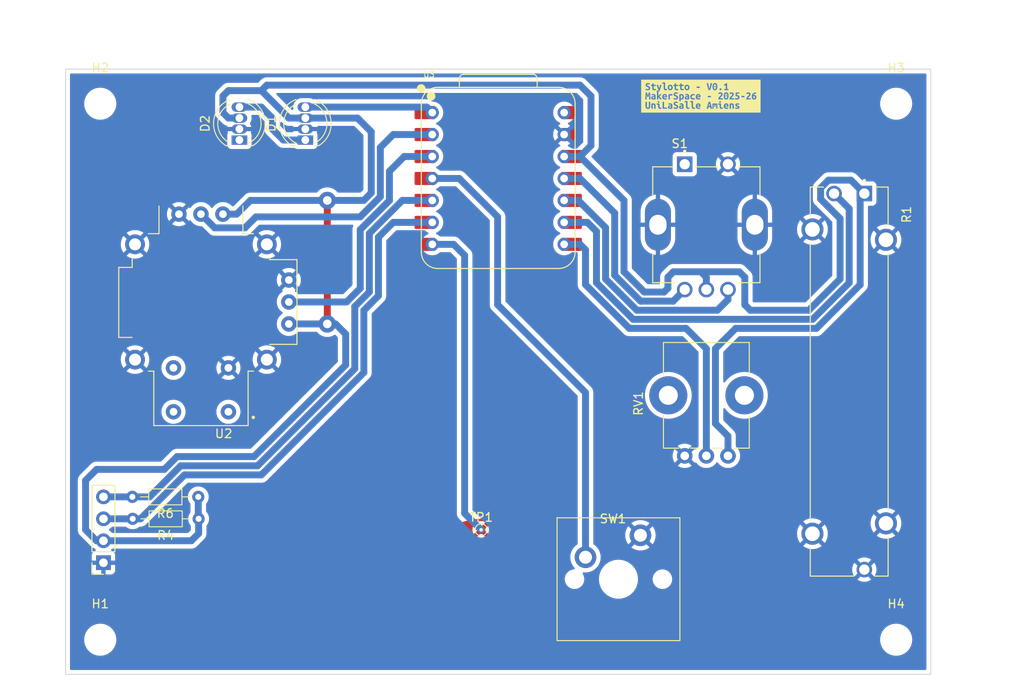
<source format=kicad_pcb>
(kicad_pcb (version 20241229) (generator "pcbnew") (generator_version "9.0")
  (title_block (title "PCB - Otto Lite version") (date "2025-01-21") (rev "1.0") (company "UniLaSalle Amiens - MakerSpace") (comment 1 "Adrien BRACQ & Rémi LACOMBE") (comment 2 "https://makerspace-amiens.fr/otto-mks") (comment 3 "https://github.com/Makerspace-Amiens/otto-mks"))
  (layers (0 "F.Cu" signal "Front") (2 "B.Cu" signal "Back") (13 "F.Paste" user) (15 "B.Paste" user) (5 "F.SilkS" user "F.Silkscreen") (7 "B.SilkS" user "B.Silkscreen") (1 "F.Mask" user) (3 "B.Mask" user) (25 "Edge.Cuts" user))
  (net 0 "")
  (net 1 "GND")
  (net 2 "+3.3V")
  (net 3 "SCL")
  (net 4 "SDA")
  (net 5 "/Touch")
  (net 6 "Net-(D1-DOUT)")
  (net 8 "NeoPixel")
  (net 9 "LinearPot")
  (net 10 "Pot")
  (net 11 "EncA")
  (net 12 "EncB")
  (net 13 "EncButton")
  (net 14 "KeySwitch")
  (net 15 "JoyY")
  (net 16 "JoyX")
  (net 17 "JoyButton")
  (net 18 "VBUS")
  (footprint "Resistor_THT:R_Axial_DIN0204_L3.6mm_D1.6mm_P7.62mm_Horizontal" (layer "F.Cu") (at 40.370826 120.015 180)
    (property "Reference" "R4" (at 3.81 -1.92 180) (layer "F.SilkS"))
    (property "Value" "10K")
    (pad "1" thru_hole circle (at 0 0 180) (size 1.4 1.4) (drill 0.7) (layers "*.Cu" "*.Mask") (net 2 "+3.3V"))
    (pad "2" thru_hole circle (at 7.62 0 180) (size 1.4 1.4) (drill 0.7) (layers "*.Cu" "*.Mask") (net 3 "SCL"))
  )
  (footprint "MountingHole:MountingHole_3.2mm_M3" (layer "F.Cu") (at 29 134)
    (property "Reference" "H1" (at 0 -4.15 0) (layer "F.SilkS"))
    (property "Value" "MountingHole")
    (pad "" np_thru_hole circle (at 0 0) (size 3.2 3.2) (drill 3.2) (layers "*.Cu" "*.Mask"))
  )
  (footprint "LED_THT:LED_D5.0mm-4_RGB" (layer "F.Cu") (at 45.085 76.2 90)
    (property "Reference" "D2" (at 1.905 -3.96 90) (layer "F.SilkS"))
    (property "Value" "NeoPixel_THT")
    (pad "1" thru_hole rect (at 0 0 90) (size 1.07 1.8) (drill 0.9) (layers "*.Cu" "*.Mask"))
    (pad "2" thru_hole oval (at 1.27 0 90) (size 1.07 1.8) (drill 0.9) (layers "*.Cu" "*.Mask") (net 1 "GND"))
    (pad "3" thru_hole oval (at 2.54 0 90) (size 1.07 1.8) (drill 0.9) (layers "*.Cu" "*.Mask") (net 2 "+3.3V"))
    (pad "4" thru_hole oval (at 3.81 0 90) (size 1.07 1.8) (drill 0.9) (layers "*.Cu" "*.Mask") (net 6 "Net-(D1-DOUT)"))
  )
  (footprint "LED_THT:LED_D5.0mm-4_RGB" (layer "F.Cu") (at 52.705 76.2 90)
    (property "Reference" "D1" (at 1.905 -3.96 90) (layer "F.SilkS"))
    (property "Value" "NeoPixel_THT")
    (pad "1" thru_hole rect (at 0 0 90) (size 1.07 1.8) (drill 0.9) (layers "*.Cu" "*.Mask") (net 6 "Net-(D1-DOUT)"))
    (pad "2" thru_hole oval (at 1.27 0 90) (size 1.07 1.8) (drill 0.9) (layers "*.Cu" "*.Mask") (net 1 "GND"))
    (pad "3" thru_hole oval (at 2.54 0 90) (size 1.07 1.8) (drill 0.9) (layers "*.Cu" "*.Mask") (net 2 "+3.3V"))
    (pad "4" thru_hole oval (at 3.81 0 90) (size 1.07 1.8) (drill 0.9) (layers "*.Cu" "*.Mask") (net 8 "NeoPixel"))
  )
  (footprint "Resistor_THT:R_Axial_DIN0204_L3.6mm_D1.6mm_P7.62mm_Horizontal" (layer "F.Cu") (at 40.330826 117.475 180)
    (property "Reference" "R6" (at 3.81 -1.92 180) (layer "F.SilkS"))
    (property "Value" "10K")
    (pad "1" thru_hole circle (at 0 0 180) (size 1.4 1.4) (drill 0.7) (layers "*.Cu" "*.Mask") (net 2 "+3.3V"))
    (pad "2" thru_hole circle (at 7.62 0 180) (size 1.4 1.4) (drill 0.7) (layers "*.Cu" "*.Mask") (net 4 "SDA"))
  )
  (footprint "Connector_PinSocket_2.54mm:PinSocket_1x04_P2.54mm_Vertical" (layer "F.Cu") (at 29.370826 125.095 180)
    (property "Reference" "J12" (hide yes))
    (property "Value" "OLED 0,91\" - I2C (SKU21796)")
    (pad "1" thru_hole rect (at 0 0 180) (size 1.7 1.7) (drill 1) (layers "*.Cu" "*.Mask") (net 1 "GND"))
    (pad "2" thru_hole oval (at 0 2.54 180) (size 1.7 1.7) (drill 1) (layers "*.Cu" "*.Mask") (net 2 "+3.3V"))
    (pad "3" thru_hole oval (at 0 5.079999 180) (size 1.7 1.7) (drill 1) (layers "*.Cu" "*.Mask") (net 3 "SCL"))
    (pad "4" thru_hole oval (at 0 7.62 180) (size 1.7 1.7) (drill 1) (layers "*.Cu" "*.Mask") (net 4 "SDA"))
  )
  (footprint "kibuzzard-68A4489E" (layer "F.Cu") (at 98.425 71.12)
    (property "Reference" "kibuzzard-68A4489E" (hide yes))
    (property "Value" "G***" (hide yes))
  )
  (footprint "PTA3043-2010CIB103:TRIM_PTA3043-2010CIB103" (layer "F.Cu") (at 115.57 104.14 -90)
    (property "Reference" "R1" (at -19.325 -6.635 90) (layer "F.SilkS"))
    (property "Value" "PTA3043-2010CIB103")
    (pad "1" thru_hole rect (at -21.75 -1.75 270) (size 1.8 1.8) (drill 1.2) (layers "*.Cu" "*.Mask") (net 2 "+3.3V"))
    (pad "2" thru_hole circle (at -21.75 1.75 270) (size 1.8 1.8) (drill 1.2) (layers "*.Cu" "*.Mask") (net 9 "LinearPot"))
    (pad "3" thru_hole circle (at 21.75 -1.75 270) (size 1.8 1.8) (drill 1.2) (layers "*.Cu" "*.Mask") (net 1 "GND"))
    (pad "SH1" thru_hole circle (at -16.4 -4.25 270) (size 2.55 2.55) (drill 1.7) (layers "*.Cu" "*.Mask") (net 1 "GND"))
    (pad "SH2" thru_hole circle (at -17.6 4.25 270) (size 2.55 2.55) (drill 1.7) (layers "*.Cu" "*.Mask") (net 1 "GND"))
    (pad "SH3" thru_hole circle (at 16.4 -4.25 270) (size 2.55 2.55) (drill 1.7) (layers "*.Cu" "*.Mask") (net 1 "GND"))
    (pad "SH4" thru_hole circle (at 17.6 4.25 270) (size 2.55 2.55) (drill 1.7) (layers "*.Cu" "*.Mask") (net 1 "GND"))
  )
  (footprint "Seeed Studio XIAO Series Library:XIAO-ESP32S3-DIP" (layer "F.Cu") (at 75 80.645)
    (property "Reference" "U3" (at -8 -12 0) (layer "F.SilkS") (effects (font (size 0.635 0.635) (thickness 0.1016))))
    (property "Value" "XIAO-ESP32-S3-DIP")
    (pad "1" smd roundrect (at -8.455 -7.62 180) (size 2.432 1.524) (layers "F.Cu" "F.Mask") (roundrect_rratio 0.1) (net 8 "NeoPixel"))
    (pad "1" thru_hole circle (at -7.62 -7.62 180) (size 1.524 1.524) (drill 0.889) (layers "*.Cu" "*.Mask") (net 8 "NeoPixel"))
    (pad "2" smd roundrect (at -8.455 -5.08 180) (size 2.432 1.524) (layers "F.Cu" "F.Mask") (roundrect_rratio 0.1) (net 15 "JoyY"))
    (pad "2" thru_hole circle (at -7.62 -5.08 180) (size 1.524 1.524) (drill 0.889) (layers "*.Cu" "*.Mask") (net 15 "JoyY"))
    (pad "3" smd roundrect (at -8.455 -2.54 180) (size 2.432 1.524) (layers "F.Cu" "F.Mask") (roundrect_rratio 0.1) (net 16 "JoyX"))
    (pad "3" thru_hole circle (at -7.62 -2.54 180) (size 1.524 1.524) (drill 0.889) (layers "*.Cu" "*.Mask") (net 16 "JoyX"))
    (pad "4" smd roundrect (at -8.455 0 180) (size 2.432 1.524) (layers "F.Cu" "F.Mask") (roundrect_rratio 0.1) (net 14 "KeySwitch"))
    (pad "4" thru_hole circle (at -7.62 0 180) (size 1.524 1.524) (drill 0.889) (layers "*.Cu" "*.Mask") (net 14 "KeySwitch"))
    (pad "5" smd roundrect (at -8.455 2.54 180) (size 2.432 1.524) (layers "F.Cu" "F.Mask") (roundrect_rratio 0.1) (net 4 "SDA"))
    (pad "5" thru_hole circle (at -7.62 2.54 180) (size 1.524 1.524) (drill 0.889) (layers "*.Cu" "*.Mask") (net 4 "SDA"))
    (pad "6" smd roundrect (at -8.455 5.08 180) (size 2.432 1.524) (layers "F.Cu" "F.Mask") (roundrect_rratio 0.1) (net 3 "SCL"))
    (pad "6" thru_hole circle (at -7.62 5.08 180) (size 1.524 1.524) (drill 0.889) (layers "*.Cu" "*.Mask") (net 3 "SCL"))
    (pad "7" smd roundrect (at -8.455 7.62 180) (size 2.432 1.524) (layers "F.Cu" "F.Mask") (roundrect_rratio 0.1) (net 5 "/Touch"))
    (pad "7" thru_hole circle (at -7.62 7.62 180) (size 1.524 1.524) (drill 0.889) (layers "*.Cu" "*.Mask") (net 5 "/Touch"))
    (pad "8" thru_hole circle (at 7.62 7.62) (size 1.524 1.524) (drill 0.889) (layers "*.Cu" "*.Mask") (net 10 "Pot"))
    (pad "8" smd roundrect (at 8.455 7.62) (size 2.432 1.524) (layers "F.Cu" "F.Mask") (roundrect_rratio 0.1) (net 10 "Pot"))
    (pad "9" thru_hole circle (at 7.62 5.08) (size 1.524 1.524) (drill 0.889) (layers "*.Cu" "*.Mask") (net 9 "LinearPot"))
    (pad "9" smd roundrect (at 8.455 5.08) (size 2.432 1.524) (layers "F.Cu" "F.Mask") (roundrect_rratio 0.1) (net 9 "LinearPot"))
    (pad "10" thru_hole circle (at 7.62 2.54) (size 1.524 1.524) (drill 0.889) (layers "*.Cu" "*.Mask") (net 12 "EncB"))
    (pad "10" smd roundrect (at 8.455 2.54) (size 2.432 1.524) (layers "F.Cu" "F.Mask") (roundrect_rratio 0.1) (net 12 "EncB"))
    (pad "11" thru_hole circle (at 7.62 0) (size 1.524 1.524) (drill 0.889) (layers "*.Cu" "*.Mask") (net 11 "EncA"))
    (pad "11" smd roundrect (at 8.455 0) (size 2.432 1.524) (layers "F.Cu" "F.Mask") (roundrect_rratio 0.1) (net 11 "EncA"))
    (pad "12" thru_hole circle (at 7.62 -2.54) (size 1.524 1.524) (drill 0.889) (layers "*.Cu" "*.Mask") (net 2 "+3.3V"))
    (pad "12" smd roundrect (at 8.455 -2.54) (size 2.432 1.524) (layers "F.Cu" "F.Mask") (roundrect_rratio 0.1) (net 2 "+3.3V"))
    (pad "13" thru_hole circle (at 7.62 -5.08) (size 1.524 1.524) (drill 0.889) (layers "*.Cu" "*.Mask") (net 1 "GND"))
    (pad "13" smd roundrect (at 8.455 -5.08) (size 2.432 1.524) (layers "F.Cu" "F.Mask") (roundrect_rratio 0.1) (net 1 "GND"))
    (pad "14" thru_hole circle (at 7.62 -7.62) (size 1.524 1.524) (drill 0.889) (layers "*.Cu" "*.Mask") (net 18 "VBUS"))
    (pad "14" smd roundrect (at 8.455 -7.62) (size 2.432 1.524) (layers "F.Cu" "F.Mask") (roundrect_rratio 0.1) (net 18 "VBUS"))
  )
  (footprint "PEC12R-4222F-S0024:XDCR_PEC12R-4222F-S0024" (layer "F.Cu") (at 99.06 86)
    (property "Reference" "S1" (at -3.075 -9.385 0) (layer "F.SilkS"))
    (property "Value" "PEC12R-4222F-S0024")
    (pad "1" thru_hole rect (at -2.5 -7) (size 1.8 1.8) (drill 1.2) (layers "*.Cu" "*.Mask") (net 13 "EncButton"))
    (pad "2" thru_hole circle (at 2.5 -7) (size 1.8 1.8) (drill 1.2) (layers "*.Cu" "*.Mask") (net 1 "GND"))
    (pad "A" thru_hole circle (at -2.5 7.5) (size 1.8 1.8) (drill 1.2) (layers "*.Cu" "*.Mask") (net 11 "EncA"))
    (pad "B" thru_hole circle (at 2.5 7.5) (size 1.8 1.8) (drill 1.2) (layers "*.Cu" "*.Mask") (net 12 "EncB"))
    (pad "C" thru_hole circle (at 0 7.5) (size 1.8 1.8) (drill 1.2) (layers "*.Cu" "*.Mask") (net 2 "+3.3V"))
    (pad "SH1" thru_hole oval (at -5.6 0) (size 3 6) (drill oval 2 2.3) (layers "*.Cu" "*.Mask") (net 1 "GND"))
    (pad "SH2" thru_hole oval (at 5.6 0) (size 3 6) (drill oval 2 2.3) (layers "*.Cu" "*.Mask") (net 1 "GND"))
  )
  (footprint "Potentiometer_THT:Potentiometer_Bourns_PTV09A-1_Single_Vertical" (layer "F.Cu") (at 101.56 112.73 90)
    (property "Reference" "RV1" (at 6.05 -10.35 90) (layer "F.SilkS"))
    (property "Value" "R_Potentiometer")
    (pad "1" thru_hole circle (at 0 0 90) (size 1.8 1.8) (drill 1) (layers "*.Cu" "*.Mask") (net 2 "+3.3V"))
    (pad "2" thru_hole circle (at 0 -2.5 90) (size 1.8 1.8) (drill 1) (layers "*.Cu" "*.Mask") (net 10 "Pot"))
    (pad "3" thru_hole circle (at 0 -5 90) (size 1.8 1.8) (drill 1) (layers "*.Cu" "*.Mask") (net 1 "GND"))
    (pad "MP" thru_hole circle (at 7 -6.9 90) (size 4.4 4.4) (drill 2.2) (layers "*.Cu" "*.Mask"))
    (pad "MP" thru_hole circle (at 7 1.9 90) (size 4.4 4.4) (drill 2.2) (layers "*.Cu" "*.Mask"))
  )
  (footprint "PCM_Switch_Keyboard_Cherry_MX:SW_Cherry_MX_PCB_1.00u" (layer "F.Cu") (at 88.9 127)
    (property "Reference" "SW1" (at -0.635 -6.985 0) (layer "F.SilkS"))
    (property "Value" "SW_Push")
    (pad "" np_thru_hole circle (at -5.08 0) (size 1.75 1.75) (drill 1.75) (layers "*.Cu" "*.Mask"))
    (pad "" np_thru_hole circle (at 0 0) (size 4 4) (drill 4) (layers "*.Cu" "*.Mask"))
    (pad "" np_thru_hole circle (at 5.08 0) (size 1.75 1.75) (drill 1.75) (layers "*.Cu" "*.Mask"))
    (pad "1" thru_hole circle (at -3.81 -2.54) (size 2.5 2.5) (drill 1.5) (layers "*.Cu" "*.Mask") (net 14 "KeySwitch"))
    (pad "2" thru_hole circle (at 2.54 -5.08) (size 2.5 2.5) (drill 1.5) (layers "*.Cu" "*.Mask") (net 1 "GND"))
  )
  (footprint "MountingHole:MountingHole_3.2mm_M3" (layer "F.Cu") (at 121 134)
    (property "Reference" "H4" (at 0 -4.15 0) (layer "F.SilkS"))
    (property "Value" "MountingHole")
    (pad "" np_thru_hole circle (at 0 0) (size 3.2 3.2) (drill 3.2) (layers "*.Cu" "*.Mask"))
  )
  (footprint "JOYSTICK-COM-09032:XDCR_COM-09032" (layer "F.Cu") (at 40.64 94.9325 180)
    (property "Reference" "U2" (at -2.625 -15.235 0) (layer "F.SilkS"))
    (property "Value" "COM-09032")
    (pad "B1A" thru_hole circle (at -3.175 -12.7 180) (size 1.778 1.778) (drill 0.9) (layers "*.Cu" "*.Mask") (net 17 "JoyButton"))
    (pad "B1B" thru_hole circle (at 3.175 -12.7 180) (size 1.778 1.778) (drill 0.9) (layers "*.Cu" "*.Mask"))
    (pad "B2A" thru_hole circle (at -3.175 -7.62 180) (size 1.778 1.778) (drill 0.9) (layers "*.Cu" "*.Mask") (net 1 "GND"))
    (pad "B2B" thru_hole circle (at 3.175 -7.62 180) (size 1.778 1.778) (drill 0.9) (layers "*.Cu" "*.Mask"))
    (pad "H1" thru_hole circle (at -2.54 10.16 180) (size 1.778 1.778) (drill 0.889) (layers "*.Cu" "*.Mask") (net 2 "+3.3V"))
    (pad "H2" thru_hole circle (at 0 10.16 180) (size 1.778 1.778) (drill 0.889) (layers "*.Cu" "*.Mask") (net 15 "JoyY"))
    (pad "H3" thru_hole circle (at 2.54 10.16 180) (size 1.778 1.778) (drill 0.889) (layers "*.Cu" "*.Mask") (net 1 "GND"))
    (pad "S1" thru_hole circle (at -7.62 -6.6675 180) (size 2.286 2.286) (drill 1.397) (layers "*.Cu" "*.Mask") (net 1 "GND"))
    (pad "S2" thru_hole circle (at -7.62 6.6675 180) (size 2.286 2.286) (drill 1.397) (layers "*.Cu" "*.Mask") (net 1 "GND"))
    (pad "S3" thru_hole circle (at 7.62 6.6675 180) (size 2.286 2.286) (drill 1.397) (layers "*.Cu" "*.Mask") (net 1 "GND"))
    (pad "S4" thru_hole circle (at 7.62 -6.6675 180) (size 2.286 2.286) (drill 1.397) (layers "*.Cu" "*.Mask") (net 1 "GND"))
    (pad "V1" thru_hole circle (at -10.16 -2.54 180) (size 1.778 1.778) (drill 0.889) (layers "*.Cu" "*.Mask") (net 2 "+3.3V"))
    (pad "V2" thru_hole circle (at -10.16 0 180) (size 1.778 1.778) (drill 0.889) (layers "*.Cu" "*.Mask") (net 16 "JoyX"))
    (pad "V3" thru_hole circle (at -10.16 2.54 180) (size 1.778 1.778) (drill 0.889) (layers "*.Cu" "*.Mask") (net 1 "GND"))
  )
  (footprint "TestPoint:TestPoint_Pad_D1.0mm" (layer "F.Cu") (at 73.025 121.285)
    (property "Reference" "TP1" (at 0 -1.448 0) (layer "F.SilkS"))
    (property "Value" "TestPoint")
    (pad "1" smd circle (at 0 0) (size 1 1) (layers "F.Cu" "F.Mask") (net 5 "/Touch"))
  )
  (footprint "MountingHole:MountingHole_3.2mm_M3" (layer "F.Cu") (at 121 72)
    (property "Reference" "H3" (at 0 -4.15 0) (layer "F.SilkS"))
    (property "Value" "MountingHole")
    (pad "" np_thru_hole circle (at 0 0) (size 3.2 3.2) (drill 3.2) (layers "*.Cu" "*.Mask"))
  )
  (footprint "MountingHole:MountingHole_3.2mm_M3" (layer "F.Cu") (at 29 72)
    (property "Reference" "H2" (at 0 -4.15 0) (layer "F.SilkS"))
    (property "Value" "MountingHole")
    (pad "" np_thru_hole circle (at 0 0) (size 3.2 3.2) (drill 3.2) (layers "*.Cu" "*.Mask"))
  )
  (gr_rect (start 25 68) (end 125 138) (stroke (width 0.1)) (fill no) (layer "Edge.Cuts"))
  (segment (start 55.245 83.185) (end 55.245 97.4725) (width 0.8) (layer "F.Cu") (net 2))
  (via (at 55.245 97.4725) (size 2) (drill 1) (layers "F.Cu" "B.Cu") (net 2))
  (via (at 55.245 83.185) (size 2) (drill 1) (layers "F.Cu" "B.Cu") (net 2))
  (segment (start 36.397324 114.3) (end 37.883662 112.813662) (width 0.8) (layer "B.Cu") (net 2))
  (segment (start 43.18 71.12) (end 43.18 73.025) (width 0.8) (layer "B.Cu") (net 2))
  (segment (start 27.305 115.57) (end 28.575 114.3) (width 0.8) (layer "B.Cu") (net 2))
  (segment (start 85.725 71.12) (end 85.725 76.835) (width 0.8) (layer "B.Cu") (net 2))
  (segment (start 102.454 97.987) (end 111.779338 97.987) (width 0.8) (layer "B.Cu") (net 2))
  (segment (start 40.330826 119.975) (end 40.370826 120.015) (width 0.8) (layer "B.Cu") (net 2))
  (segment (start 89.542007 83.192007) (end 84.455 78.105) (width 0.8) (layer "B.Cu") (net 2))
  (segment (start 43.18 73.025) (end 43.815 73.66) (width 0.8) (layer "B.Cu") (net 2))
  (segment (start 94.615 92.075) (end 94.615 93.345) (width 0.8) (layer "B.Cu") (net 2))
  (segment (start 116.84 92.926338) (end 116.84 82.87) (width 0.8) (layer "B.Cu") (net 2))
  (segment (start 112.269 81.747554) (end 113.177554 80.839) (width 0.8) (layer "B.Cu") (net 2))
  (segment (start 112.269 83.032446) (end 112.269 81.747554) (width 0.8) (layer "B.Cu") (net 2))
  (segment (start 60.325 75.2475) (end 58.7375 73.66) (width 0.8) (layer "B.Cu") (net 2))
  (segment (start 102.87 91.44) (end 103.505 92.075) (width 0.8) (layer "B.Cu") (net 2))
  (segment (start 99.06 93.5) (end 99.06 92.075) (width 0.8) (layer "B.Cu") (net 2))
  (segment (start 57.369 102.218324) (end 57.369 98.644) (width 0.8) (layer "B.Cu") (net 2))
  (segment (start 29.370826 122.555) (end 28.575 122.555) (width 0.8) (layer "B.Cu") (net 2))
  (segment (start 115.769 80.839) (end 117.32 82.39) (width 0.8) (layer "B.Cu") (net 2))
  (segment (start 46.773662 112.813662) (end 57.369 102.218324) (width 0.8) (layer "B.Cu") (net 2))
  (segment (start 94.615 93.345) (end 94.177 93.783) (width 0.8) (layer "B.Cu") (net 2))
  (segment (start 94.177 93.783) (end 91.892014 93.783) (width 0.8) (layer "B.Cu") (net 2))
  (segment (start 84.455 78.105) (end 82.62 78.105) (width 0.8) (layer "B.Cu") (net 2))
  (segment (start 98.425 91.44) (end 95.25 91.44) (width 0.8) (layer "B.Cu") (net 2))
  (segment (start 91.892014 93.783) (end 89.542007 91.432993) (width 0.8) (layer "B.Cu") (net 2))
  (segment (start 28.575 114.3) (end 36.397324 114.3) (width 0.8) (layer "B.Cu") (net 2))
  (segment (start 114.519 92.274662) (end 114.519 85.282446) (width 0.8) (layer "B.Cu") (net 2))
  (segment (start 50.8 73.66) (end 47.625 70.485) (width 0.8) (layer "B.Cu") (net 2))
  (segment (start 47.625 70.485) (end 43.815 70.485) (width 0.8) (layer "B.Cu") (net 2))
  (segment (start 110.908662 95.885) (end 114.519 92.274662) (width 0.8) (layer "B.Cu") (net 2))
  (segment (start 46.355 83.185) (end 44.7675 84.7725) (width 0.8) (layer "B.Cu") (net 2))
  (segment (start 98.425 91.44) (end 102.87 91.44) (width 0.8) (layer "B.Cu") (net 2))
  (segment (start 55.245 97.4725) (end 50.8 97.4725) (width 0.8) (layer "B.Cu") (net 2))
  (segment (start 95.25 91.44) (end 94.615 92.075) (width 0.8) (layer "B.Cu") (net 2))
  (segment (start 39.530826 122.555) (end 40.370826 121.715) (width 0.8) (layer "B.Cu") (net 2))
  (segment (start 103.505 92.075) (end 103.505 95.25) (width 0.8) (layer "B.Cu") (net 2))
  (segment (start 55.245 83.185) (end 59.459649 83.185) (width 0.8) (layer "B.Cu") (net 2))
  (segment (start 84.455 69.85) (end 85.725 71.12) (width 0.8) (layer "B.Cu") (net 2))
  (segment (start 100.111 109.001) (end 100.111 100.33) (width 0.8) (layer "B.Cu") (net 2))
  (segment (start 117.475 82.235) (end 117.32 82.39) (width 0.8) (layer "B.Cu") (net 2))
  (segment (start 99.06 92.075) (end 98.425 91.44) (width 0.8) (layer "B.Cu") (net 2))
  (segment (start 60.325 82.319649) (end 60.325 75.2475) (width 0.8) (layer "B.Cu") (net 2))
  (segment (start 28.575 122.555) (end 27.305 121.285) (width 0.8) (layer "B.Cu") (net 2))
  (segment (start 113.177554 80.839) (end 115.769 80.839) (width 0.8) (layer "B.Cu") (net 2))
  (segment (start 104.14 95.885) (end 110.908662 95.885) (width 0.8) (layer "B.Cu") (net 2))
  (segment (start 111.779338 97.987) (end 116.84 92.926338) (width 0.8) (layer "B.Cu") (net 2))
  (segment (start 43.815 73.66) (end 45.085 73.66) (width 0.8) (layer "B.Cu") (net 2))
  (segment (start 40.370826 121.715) (end 40.370826 120.015) (width 0.8) (layer "B.Cu") (net 2))
  (segment (start 29.370826 122.555) (end 39.530826 122.555) (width 0.8) (layer "B.Cu") (net 2))
  (segment (start 56.1975 97.4725) (end 55.245 97.4725) (width 0.8) (layer "B.Cu") (net 2))
  (segment (start 59.459649 83.185) (end 60.325 82.319649) (width 0.8) (layer "B.Cu") (net 2))
  (segment (start 44.7675 84.7725) (end 43.18 84.7725) (width 0.8) (layer "B.Cu") (net 2))
  (segment (start 58.7375 73.66) (end 52.705 73.66) (width 0.8) (layer "B.Cu") (net 2))
  (segment (start 52.705 73.66) (end 50.8 73.66) (width 0.8) (layer "B.Cu") (net 2))
  (segment (start 40.330826 117.475) (end 40.330826 119.975) (width 0.8) (layer "B.Cu") (net 2))
  (segment (start 57.369 98.644) (end 56.1975 97.4725) (width 0.8) (layer "B.Cu") (net 2))
  (segment (start 89.542007 91.432993) (end 89.542007 83.192007) (width 0.8) (layer "B.Cu") (net 2))
  (segment (start 100.111 100.33) (end 102.454 97.987) (width 0.8) (layer "B.Cu") (net 2))
  (segment (start 103.505 95.25) (end 104.14 95.885) (width 0.8) (layer "B.Cu") (net 2))
  (segment (start 85.725 76.835) (end 84.455 78.105) (width 0.8) (layer "B.Cu") (net 2))
  (segment (start 43.815 70.485) (end 43.18 71.12) (width 0.8) (layer "B.Cu") (net 2))
  (segment (start 48.26 69.85) (end 84.455 69.85) (width 0.8) (layer "B.Cu") (net 2))
  (segment (start 37.883662 112.813662) (end 46.773662 112.813662) (width 0.8) (layer "B.Cu") (net 2))
  (segment (start 55.245 83.185) (end 46.355 83.185) (width 0.8) (layer "B.Cu") (net 2))
  (segment (start 101.56 112.73) (end 101.56 110.45) (width 0.8) (layer "B.Cu") (net 2))
  (segment (start 101.56 110.45) (end 100.111 109.001) (width 0.8) (layer "B.Cu") (net 2))
  (segment (start 47.625 70.485) (end 48.26 69.85) (width 0.8) (layer "B.Cu") (net 2))
  (segment (start 27.305 121.285) (end 27.305 115.57) (width 0.8) (layer "B.Cu") (net 2))
  (segment (start 114.519 85.282446) (end 112.269 83.032446) (width 0.8) (layer "B.Cu") (net 2))
  (segment (start 116.84 82.87) (end 117.32 82.39) (width 0.8) (layer "B.Cu") (net 2))
  (segment (start 61.156999 87.433001) (end 62.865 85.725) (width 0.8) (layer "B.Cu") (net 3))
  (segment (start 62.865 85.725) (end 67.38 85.725) (width 0.8) (layer "B.Cu") (net 3))
  (segment (start 33.655 120.015) (end 38.735 114.935) (width 0.8) (layer "B.Cu") (net 3))
  (segment (start 47.625 114.935) (end 59.471 103.089) (width 0.8) (layer "B.Cu") (net 3))
  (segment (start 38.735 114.935) (end 47.625 114.935) (width 0.8) (layer "B.Cu") (net 3))
  (segment (start 59.471 95.901676) (end 61.156999 94.215677) (width 0.8) (layer "B.Cu") (net 3))
  (segment (start 32.750826 120.015) (end 33.655 120.015) (width 0.8) (layer "B.Cu") (net 3))
  (segment (start 61.156999 94.215677) (end 61.156999 87.433001) (width 0.8) (layer "B.Cu") (net 3))
  (segment (start 32.750826 120.015) (end 29.370826 120.015001) (width 0.8) (layer "B.Cu") (net 3))
  (segment (start 59.471 103.089) (end 59.471 95.901676) (width 0.8) (layer "B.Cu") (net 3))
  (segment (start 32.710826 117.475) (end 29.370826 117.475) (width 0.8) (layer "B.Cu") (net 4))
  (segment (start 58.42 95.466338) (end 60.105999 93.780339) (width 0.8) (layer "B.Cu") (net 4))
  (segment (start 63.918662 83.185) (end 67.38 83.185) (width 0.8) (layer "B.Cu") (net 4))
  (segment (start 47.189662 113.884) (end 58.42 102.653662) (width 0.8) (layer "B.Cu") (net 4))
  (segment (start 60.105999 86.997663) (end 63.918662 83.185) (width 0.8) (layer "B.Cu") (net 4))
  (segment (start 32.710826 117.475) (end 34.708662 117.475) (width 0.8) (layer "B.Cu") (net 4))
  (segment (start 38.299662 113.884) (end 47.189662 113.884) (width 0.8) (layer "B.Cu") (net 4))
  (segment (start 60.105999 93.780339) (end 60.105999 86.997663) (width 0.8) (layer "B.Cu") (net 4))
  (segment (start 34.708662 117.475) (end 38.299662 113.884) (width 0.8) (layer "B.Cu") (net 4))
  (segment (start 58.42 102.653662) (end 58.42 95.466338) (width 0.8) (layer "B.Cu") (net 4))
  (via (at 73.025 121.285) (size 0.8) (drill 0.4) (layers "F.Cu" "B.Cu") (net 5))
  (segment (start 71.12 119.38) (end 73.025 121.285) (width 0.8) (layer "B.Cu") (net 5))
  (segment (start 67.38 88.265) (end 69.85 88.265) (width 0.8) (layer "B.Cu") (net 5))
  (segment (start 69.85 88.265) (end 71.12 89.535) (width 0.8) (layer "B.Cu") (net 5))
  (segment (start 71.12 89.535) (end 71.12 119.38) (width 0.8) (layer "B.Cu") (net 5))
  (segment (start 50.165 76.2) (end 48.895 74.93) (width 0.8) (layer "B.Cu") (net 6))
  (segment (start 47.625 72.39) (end 45.085 72.39) (width 0.8) (layer "B.Cu") (net 6))
  (segment (start 48.895 73.66) (end 47.625 72.39) (width 0.8) (layer "B.Cu") (net 6))
  (segment (start 52.705 76.2) (end 50.165 76.2) (width 0.8) (layer "B.Cu") (net 6))
  (segment (start 48.895 74.93) (end 48.895 73.66) (width 0.8) (layer "B.Cu") (net 6))
  (segment (start 66.745 72.39) (end 67.38 73.025) (width 0.8) (layer "B.Cu") (net 8))
  (segment (start 52.705 72.39) (end 66.745 72.39) (width 0.8) (layer "B.Cu") (net 8))
  (segment (start 85.309 85.725) (end 86.36 86.776) (width 0.8) (layer "B.Cu") (net 9))
  (segment (start 115.57 92.71) (end 115.57 84.14) (width 0.8) (layer "B.Cu") (net 9))
  (segment (start 115.57 84.14) (end 113.82 82.39) (width 0.8) (layer "B.Cu") (net 9))
  (segment (start 86.36 92.71) (end 90.586 96.936) (width 0.8) (layer "B.Cu") (net 9))
  (segment (start 86.36 86.776) (end 86.36 92.71) (width 0.8) (layer "B.Cu") (net 9))
  (segment (start 111.344 96.936) (end 115.57 92.71) (width 0.8) (layer "B.Cu") (net 9))
  (segment (start 90.586 96.936) (end 111.344 96.936) (width 0.8) (layer "B.Cu") (net 9))
  (segment (start 82.62 85.725) (end 85.309 85.725) (width 0.8) (layer "B.Cu") (net 9))
  (segment (start 96.716999 97.986999) (end 99.06 100.33) (width 0.8) (layer "B.Cu") (net 10))
  (segment (start 84.455 88.265) (end 85.09 88.9) (width 0.8) (layer "B.Cu") (net 10))
  (segment (start 99.06 100.33) (end 99.06 112.73) (width 0.8) (layer "B.Cu") (net 10))
  (segment (start 90.150661 97.986999) (end 96.716999 97.986999) (width 0.8) (layer "B.Cu") (net 10))
  (segment (start 82.62 88.265) (end 84.455 88.265) (width 0.8) (layer "B.Cu") (net 10))
  (segment (start 85.09 92.926338) (end 90.150661 97.986999) (width 0.8) (layer "B.Cu") (net 10))
  (segment (start 85.09 88.9) (end 85.09 92.926338) (width 0.8) (layer "B.Cu") (net 10))
  (segment (start 82.62 80.645) (end 84.455 80.645) (width 0.8) (layer "B.Cu") (net 11))
  (segment (start 88.462 91.839324) (end 91.456676 94.834) (width 0.8) (layer "B.Cu") (net 11))
  (segment (start 84.455 80.645) (end 88.462 84.652) (width 0.8) (layer "B.Cu") (net 11))
  (segment (start 88.462 84.652) (end 88.462 91.839324) (width 0.8) (layer "B.Cu") (net 11))
  (segment (start 95.226 94.834) (end 96.56 93.5) (width 0.8) (layer "B.Cu") (net 11))
  (segment (start 91.456676 94.834) (end 95.226 94.834) (width 0.8) (layer "B.Cu") (net 11))
  (segment (start 87.411 92.274662) (end 91.021338 95.885) (width 0.8) (layer "B.Cu") (net 12))
  (segment (start 84.255338 83.185) (end 87.411 86.340662) (width 0.8) (layer "B.Cu") (net 12))
  (segment (start 100.33 95.885) (end 101.56 94.655) (width 0.8) (layer "B.Cu") (net 12))
  (segment (start 82.62 83.185) (end 84.255338 83.185) (width 0.8) (layer "B.Cu") (net 12))
  (segment (start 91.021338 95.885) (end 100.33 95.885) (width 0.8) (layer "B.Cu") (net 12))
  (segment (start 87.411 86.340662) (end 87.411 92.274662) (width 0.8) (layer "B.Cu") (net 12))
  (segment (start 101.56 94.655) (end 101.56 93.5) (width 0.8) (layer "B.Cu") (net 12))
  (segment (start 70.485 80.645) (end 67.38 80.645) (width 0.8) (layer "B.Cu") (net 14))
  (segment (start 85.09 105.41) (end 74.93 95.25) (width 0.8) (layer "B.Cu") (net 14))
  (segment (start 85.09 124.46) (end 85.09 105.41) (width 0.8) (layer "B.Cu") (net 14))
  (segment (start 74.93 85.09) (end 70.485 80.645) (width 0.8) (layer "B.Cu") (net 14))
  (segment (start 74.93 95.25) (end 74.93 85.09) (width 0.8) (layer "B.Cu") (net 14))
  (segment (start 46.99 85.09) (end 45.72 86.36) (width 0.8) (layer "B.Cu") (net 15))
  (segment (start 45.72 86.36) (end 42.2275 86.36) (width 0.8) (layer "B.Cu") (net 15))
  (segment (start 61.376 82.754987) (end 59.040987 85.09) (width 0.8) (layer "B.Cu") (net 15))
  (segment (start 42.2275 86.36) (end 40.64 84.7725) (width 0.8) (layer "B.Cu") (net 15))
  (segment (start 61.376 77.054) (end 61.376 82.754987) (width 0.8) (layer "B.Cu") (net 15))
  (segment (start 62.865 75.565) (end 61.376 77.054) (width 0.8) (layer "B.Cu") (net 15))
  (segment (start 67.38 75.565) (end 62.865 75.565) (width 0.8) (layer "B.Cu") (net 15))
  (segment (start 59.040987 85.09) (end 46.99 85.09) (width 0.8) (layer "B.Cu") (net 15))
  (segment (start 59.055 93.345) (end 57.4675 94.9325) (width 0.8) (layer "B.Cu") (net 16))
  (segment (start 64.135 78.105) (end 62.427 79.813) (width 0.8) (layer "B.Cu") (net 16))
  (segment (start 62.427 83.190325) (end 59.054999 86.562325) (width 0.8) (layer "B.Cu") (net 16))
  (segment (start 67.38 78.105) (end 64.135 78.105) (width 0.8) (layer "B.Cu") (net 16))
  (segment (start 62.427 79.813) (end 62.427 83.190325) (width 0.8) (layer "B.Cu") (net 16))
  (segment (start 57.4675 94.9325) (end 50.8 94.9325) (width 0.8) (layer "B.Cu") (net 16))
  (segment (start 59.054999 86.562325) (end 59.055 93.345) (width 0.8) (layer "B.Cu") (net 16))
  (zone (net 5) (net_name "/Touch") (layer "F.Cu") (priority 1) (connect_pads (clearance 0.5)) (min_thickness 0.25) (fill yes (mode hatch) (thermal_gap 0.5) (thermal_bridge_width 0.5) (smoothing fillet) (radius 8) (hatch_thickness 0.4) (hatch_gap 1) (hatch_orientation 45) (hatch_border_algorithm hatch_thickness) (hatch_min_hole_area 0.3))
    (polygon (pts (xy 80.01 133.985) (xy 80.01 120.015) (xy 66.2 120.015) (xy 66.2 133.985)))
  )
  (zone (net 1) (net_name "GND") (layer "B.Cu") (connect_pads (clearance 0.5)) (min_thickness 0.25) (fill yes (thermal_gap 0.5) (thermal_bridge_width 0.5))
    (polygon (pts (xy 22 67) (xy 128 67) (xy 128 141) (xy 22 141)))
  )
)
</source>
